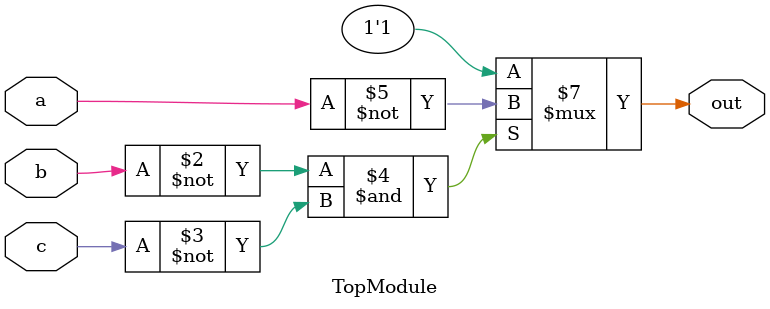
<source format=sv>

`timescale 1ns / 1ps

module TopModule (
  input a,
  input b,
  input c,
  output out
);

  // Implement the Karnaugh map logic
  always_comb begin
    if (~b & ~c) begin
      out = ~a;
    end else begin
      out = 1;
    end
  end

endmodule

// VERILOG-EVAL: errant inclusion of module definition

</source>
